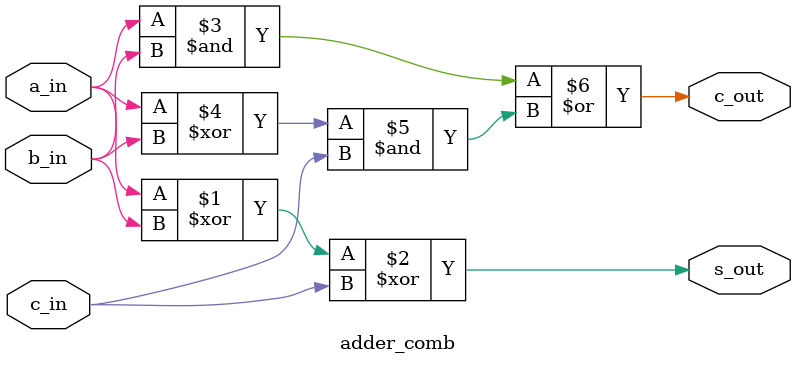
<source format=v>
`timescale 1ns / 1ps


module adder_comb(
  input wire a_in,
  input wire b_in,
  input wire c_in,
  output wire s_out,
  output wire c_out
    );
    
  assign s_out = a_in ^ b_in ^ c_in;
  assign c_out = (a_in & b_in) | (a_in ^ b_in) & c_in;
endmodule

</source>
